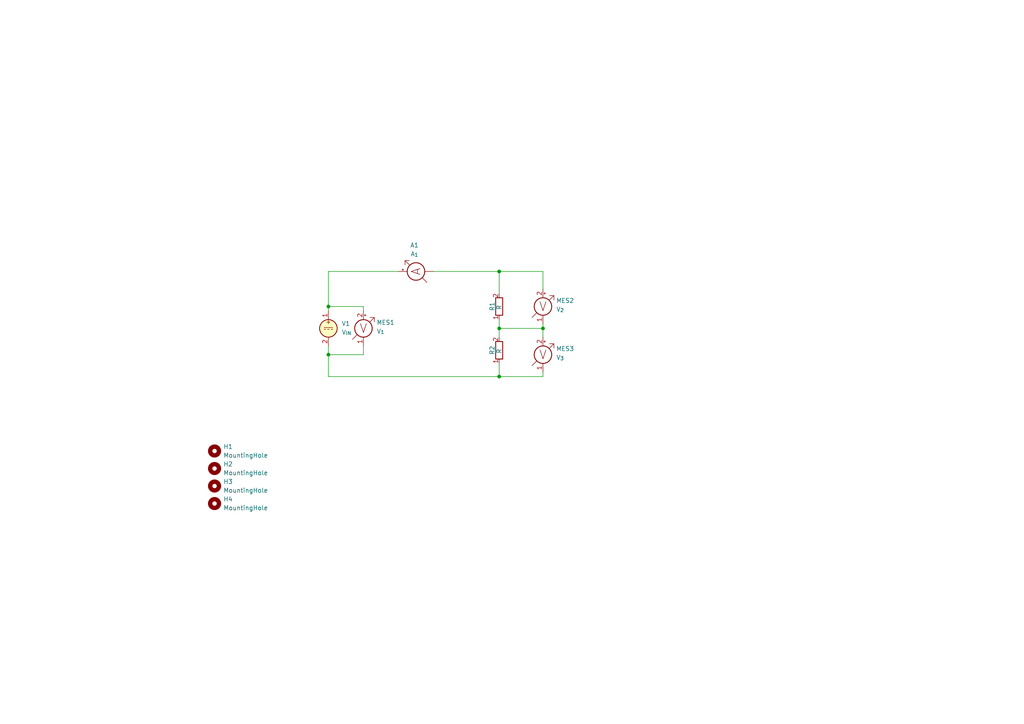
<source format=kicad_sch>
(kicad_sch (version 20231120) (generator "eeschema") (generator_version "8.0")
  (paper "A4")
  (lib_symbols
    (symbol "Device:Ammeter_DC" (pin_numbers hide) (pin_names (offset 0.0254) hide)
      (property "Reference" "MES" (at -3.302 1.016 0))
      (property "Value" "Ammeter_DC" (at -3.302 -0.762 0))
      (symbol "Ammeter_DC_0_0"
        (polyline (pts (xy -3.175 -3.175) (xy -1.905 -1.905)))
        (polyline (pts (xy 1.905 1.905) (xy 3.175 3.175)))
        (polyline (pts (xy 1.905 3.175) (xy 3.175 3.175) (xy 3.175 1.905)))
        (text "A" (at 0 0 0) (effects (font (size 2.54 2.54))))
      )
      (symbol "Ammeter_DC_0_1"
        (polyline (pts (xy 0.254 3.81) (xy 0.762 3.81)))
        (polyline (pts (xy 0.508 4.064) (xy 0.508 3.556)))
        (circle (center 0 0) (radius 2.54) (stroke (width 0.254)))
      )
      (symbol "Ammeter_DC_1_1"
        (pin passive line (at 0 -5.08 90) (length 2.54) (name "-") (number "1"))
        (pin passive line (at 0 5.08 270) (length 2.54) (name "+") (number "2"))
      )
    )
    (symbol "Device:Voltmeter_DC" (pin_names (offset 0.0254) hide)
      (property "Reference" "MES" (at -3.302 1.016 0))
      (property "Value" "Voltmeter_DC" (at -3.302 -0.762 0))
      (symbol "Voltmeter_DC_0_0"
        (polyline (pts (xy -3.175 -3.175) (xy -1.905 -1.905)))
        (polyline (pts (xy 1.905 1.905) (xy 3.175 3.175)))
        (polyline (pts (xy 1.905 3.175) (xy 3.175 3.175) (xy 3.175 1.905)))
        (text "V" (at 0 0 0) (effects (font (size 2.54 2.54))))
      )
      (symbol "Voltmeter_DC_0_1"
        (polyline (pts (xy 0.254 3.81) (xy 0.762 3.81)))
        (polyline (pts (xy 0.508 4.064) (xy 0.508 3.556)))
        (circle (center 0 0) (radius 2.54) (stroke (width 0.254)))
      )
      (symbol "Voltmeter_DC_1_1"
        (pin passive line (at 0 -5.08 90) (length 2.54) (name "-") (number "1"))
        (pin passive line (at 0 5.08 270) (length 2.54) (name "+") (number "2"))
      )
    )
    (symbol "Library:R" (pin_names (offset 0))
      (property "Reference" "R" (at 2.032 0 90))
      (property "Value" "R" (at 0 0 90))
      (symbol "R_0_1"
        (rectangle (start -1.016 -2.54) (end 1.016 2.54) (stroke (width 0.254)))
      )
      (symbol "R_1_1"
        (pin passive line (at 0 3.81 270) (length 1.27) (name "~") (number "1"))
        (pin passive line (at 0 -3.81 90) (length 1.27) (name "~") (number "2"))
      )
    )
    (symbol "Mechanical:MountingHole" (pin_names (offset 1.016)) (exclude_from_sim yes) (in_bom no)
      (property "Reference" "H" (at 0 5.08 0))
      (property "Value" "MountingHole" (at 0 3.175 0))
      (symbol "MountingHole_0_1"
        (circle (center 0 0) (radius 1.27) (stroke (width 1.27)))
      )
    )
    (symbol "R_1" (pin_names (offset 0))
      (property "Reference" "R" (at 2.032 0 90))
      (property "Value" "R" (at 0 0 90))
      (symbol "R_1_0_1"
        (rectangle (start -1.016 -2.54) (end 1.016 2.54) (stroke (width 0.254)))
      )
      (symbol "R_1_1_1"
        (pin passive line (at 0 3.81 270) (length 1.27) (name "~") (number "1"))
        (pin passive line (at 0 -3.81 90) (length 1.27) (name "~") (number "2"))
      )
    )
    (symbol "Simulation_SPICE:VDC" (pin_names (offset 0.0254))
      (property "Reference" "V" (at 2.54 2.54 0))
      (property "Value" "1" (at 2.54 0 0))
      (symbol "VDC_0_0"
        (polyline (pts (xy -1.27 0.254) (xy 1.27 0.254)))
        (polyline (pts (xy -0.762 -0.254) (xy -1.27 -0.254)))
        (polyline (pts (xy 0.254 -0.254) (xy -0.254 -0.254)))
        (polyline (pts (xy 1.27 -0.254) (xy 0.762 -0.254)))
        (text "+" (at 0 1.905 0) (effects (font (size 1.27 1.27))))
      )
      (symbol "VDC_0_1"
        (circle (center 0 0) (radius 2.54) (stroke (width 0.254)) (fill (type background)))
      )
      (symbol "VDC_1_1"
        (pin passive line (at 0 5.08 270) (length 2.54) (name "~") (number "1"))
        (pin passive line (at 0 -5.08 90) (length 2.54) (name "~") (number "2"))
      )
    )
    (symbol "Voltmeter_DC_1" (pin_names (offset 0.0254) hide)
      (property "Reference" "MES" (at -3.302 1.016 0))
      (property "Value" "Voltmeter_DC" (at -3.302 -0.762 0))
      (symbol "Voltmeter_DC_1_0_0"
        (polyline (pts (xy -3.175 -3.175) (xy -1.905 -1.905)))
        (polyline (pts (xy 1.905 1.905) (xy 3.175 3.175)))
        (polyline (pts (xy 1.905 3.175) (xy 3.175 3.175) (xy 3.175 1.905)))
        (text "V" (at 0 0 0) (effects (font (size 2.54 2.54))))
      )
      (symbol "Voltmeter_DC_1_0_1"
        (polyline (pts (xy 0.254 3.81) (xy 0.762 3.81)))
        (polyline (pts (xy 0.508 4.064) (xy 0.508 3.556)))
        (circle (center 0 0) (radius 2.54) (stroke (width 0.254)))
      )
      (symbol "Voltmeter_DC_1_1_1"
        (pin passive line (at 0 -5.08 90) (length 2.54) (name "-") (number "1"))
        (pin passive line (at 0 5.08 270) (length 2.54) (name "+") (number "2"))
      )
    )
  )
  (junction (at 157.48 95.25))
  (junction (at 144.78 109.22))
  (junction (at 144.78 95.25))
  (junction (at 144.78 78.74))
  (junction (at 95.25 102.87))
  (junction (at 95.25 88.9))
  (wire (pts (xy 157.48 107.95) (xy 157.48 109.22)))
  (wire (pts (xy 95.25 88.9) (xy 95.25 90.17)))
  (wire (pts (xy 95.25 102.87) (xy 95.25 109.22)))
  (wire (pts (xy 157.48 93.98) (xy 157.48 95.25)))
  (wire (pts (xy 144.78 105.41) (xy 144.78 109.22)))
  (wire (pts (xy 157.48 95.25) (xy 157.48 97.79)))
  (wire (pts (xy 95.25 100.33) (xy 95.25 102.87)))
  (wire (pts (xy 144.78 95.25) (xy 157.48 95.25)))
  (wire (pts (xy 144.78 78.74) (xy 144.78 85.09)))
  (wire (pts (xy 144.78 109.22) (xy 157.48 109.22)))
  (wire (pts (xy 115.57 78.74) (xy 95.25 78.74)))
  (wire (pts (xy 144.78 92.71) (xy 144.78 95.25)))
  (wire (pts (xy 105.41 100.33) (xy 105.41 102.87)))
  (wire (pts (xy 105.41 88.9) (xy 95.25 88.9)))
  (wire (pts (xy 125.73 78.74) (xy 144.78 78.74)))
  (wire (pts (xy 105.41 102.87) (xy 95.25 102.87)))
  (wire (pts (xy 95.25 78.74) (xy 95.25 88.9)))
  (wire (pts (xy 157.48 78.74) (xy 144.78 78.74)))
  (wire (pts (xy 157.48 83.82) (xy 157.48 78.74)))
  (wire (pts (xy 105.41 90.17) (xy 105.41 88.9)))
  (wire (pts (xy 144.78 95.25) (xy 144.78 97.79)))
  (wire (pts (xy 144.78 109.22) (xy 95.25 109.22)))
  (symbol (lib_id "Mechanical:MountingHole") (at 62.23 140.97 0) (unit 1) (exclude_from_sim yes) (in_bom no)
    (property "Reference" "H3" (at 64.77 139.6999 0) (effects (justify left)))
    (property "Value" "MountingHole" (at 64.77 142.2399 0) (effects (justify left)))
    (property "Footprint" "Library:MountingHole_3.2mm_M3_Pad" (effects (hide yes)))
    (property "Description" "Mounting Hole without connection" (effects (hide yes)))
  )
  (symbol (lib_name "Voltmeter_DC_1") (lib_id "Device:Voltmeter_DC") (at 105.41 95.25 0) (unit 1) (in_bom no)
    (property "Reference" "MES1" (at 109.22 93.5354 0) (effects (justify left)))
    (property "Value" "V_{1}" (at 109.22 96.0754 0) (effects (justify left)))
    (property "Footprint" "Library:Volt meter vertical" (effects (hide yes)))
    (property "Description" "DC voltmeter" (effects (hide yes)))
  )
  (symbol (lib_name "Voltmeter_DC_1") (lib_id "Device:Voltmeter_DC") (at 157.48 102.87 0) (unit 1) (in_bom no)
    (property "Reference" "MES3" (at 161.29 101.1554 0) (effects (justify left)))
    (property "Value" "V_{3}" (at 161.29 103.6954 0) (effects (justify left)))
    (property "Footprint" "Library:Volt meter vertical" (effects (hide yes)))
    (property "Description" "DC voltmeter" (effects (hide yes)))
  )
  (symbol (lib_id "Mechanical:MountingHole") (at 62.23 135.89 0) (unit 1) (exclude_from_sim yes) (in_bom no)
    (property "Reference" "H2" (at 64.77 134.6199 0) (effects (justify left)))
    (property "Value" "MountingHole" (at 64.77 137.1599 0) (effects (justify left)))
    (property "Footprint" "Library:MountingHole_3.2mm_M3_Pad" (effects (hide yes)))
    (property "Description" "Mounting Hole without connection" (effects (hide yes)))
  )
  (symbol (lib_id "Mechanical:MountingHole") (at 62.23 130.81 0) (unit 1) (exclude_from_sim yes) (in_bom no)
    (property "Reference" "H1" (at 64.77 129.5399 0) (effects (justify left)))
    (property "Value" "MountingHole" (at 64.77 132.0799 0) (effects (justify left)))
    (property "Footprint" "Library:MountingHole_3.2mm_M3_Pad" (effects (hide yes)))
    (property "Description" "Mounting Hole without connection" (effects (hide yes)))
  )
  (symbol (lib_name "R_1") (lib_id "Library:R") (at 144.78 88.9 180) (unit 1) (in_bom no)
    (property "Reference" "R1" (at 142.748 88.9 90))
    (property "Value" "R" (at 144.78 89.154 90))
    (property "Footprint" "Library:Resistor-Plugin_0.5Watt" (effects (hide yes)))
    (property "Description" "Resistor" (effects (hide yes)))
  )
  (symbol (lib_id "Mechanical:MountingHole") (at 62.23 146.05 0) (unit 1) (exclude_from_sim yes) (in_bom no)
    (property "Reference" "H4" (at 64.77 144.7799 0) (effects (justify left)))
    (property "Value" "MountingHole" (at 64.77 147.3199 0) (effects (justify left)))
    (property "Footprint" "Library:MountingHole_3.2mm_M3_Pad" (effects (hide yes)))
    (property "Description" "Mounting Hole without connection" (effects (hide yes)))
  )
  (symbol (lib_id "Library:R") (at 144.78 101.6 180) (unit 1) (in_bom no)
    (property "Reference" "R2" (at 142.748 101.6 90))
    (property "Value" "R" (at 144.78 101.854 90))
    (property "Footprint" "Library:Resistor-Plugin_0.5Watt" (effects (hide yes)))
    (property "Description" "Resistor" (effects (hide yes)))
  )
  (symbol (lib_id "Simulation_SPICE:VDC") (at 95.25 95.25 0) (unit 1) (in_bom no)
    (property "Reference" "V1" (at 99.06 93.8501 0) (effects (justify left)))
    (property "Value" "V_{IN}" (at 99.06 96.3901 0) (effects (justify left)))
    (property "Footprint" "Library:DC Power Supply Vertical" (effects (hide yes)))
    (property "Datasheet" "https://ngspice.sourceforge.io/docs/ngspice-html-manual/manual.xhtml#sec_Independent_Sources_for" (effects (hide yes)))
    (property "Description" "Voltage source, DC" (effects (hide yes)))
    (property "Sim.Pins" "1=+ 2=-" (effects (hide yes)))
    (property "Sim.Type" "DC" (effects (hide yes)))
    (property "Sim.Device" "V" (effects (hide yes)))
  )
  (symbol (lib_id "Device:Ammeter_DC") (at 120.65 78.74 90) (unit 1) (in_bom no)
    (property "Reference" "A1" (at 120.2055 71.12 90))
    (property "Value" "A_{1}" (at 120.2055 73.66 90))
    (property "Footprint" "Library:Ammeter horizontal" (effects (hide yes)))
    (property "Description" "DC ammeter" (effects (hide yes)))
  )
  (symbol (lib_id "Device:Voltmeter_DC") (at 157.48 88.9 0) (unit 1) (in_bom no)
    (property "Reference" "MES2" (at 161.29 87.1854 0) (effects (justify left)))
    (property "Value" "V_{2}" (at 161.29 89.7254 0) (effects (justify left)))
    (property "Footprint" "Library:Volt meter vertical" (effects (hide yes)))
    (property "Description" "DC voltmeter" (effects (hide yes)))
  )
)
</source>
